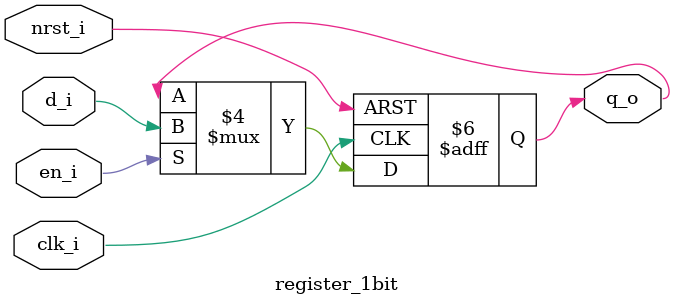
<source format=sv>
  module register_1bit (
      input       clk_i,
      input       nrst_i,
      input       en_i,
      input       d_i,
      output reg  q_o
  ); //da hal check va khong co loi

    always @(posedge clk_i or negedge nrst_i) begin
      if (~nrst_i) begin
        q_o <= 0;
      end else if (en_i) begin
        q_o <= d_i;
      end else begin
         q_o <= q_o;
      end
    end
  endmodule


</source>
